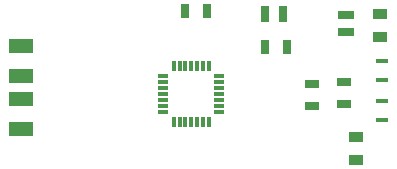
<source format=gtp>
G04*
G04 #@! TF.GenerationSoftware,Altium Limited,Altium Designer,20.0.10 (225)*
G04*
G04 Layer_Color=65535*
%FSLAX44Y44*%
%MOMM*%
G71*
G01*
G75*
%ADD13R,2.0000X1.2000*%
%ADD14R,1.3000X0.7000*%
%ADD15R,0.7000X1.3000*%
%ADD16R,1.3000X0.9000*%
%ADD17R,1.3500X0.7500*%
%ADD18R,0.7500X1.3500*%
%ADD19R,0.9500X0.3000*%
%ADD20R,0.3000X0.9500*%
%ADD21R,1.0500X0.4500*%
D13*
X46000Y82500D02*
D03*
Y37500D02*
D03*
Y62500D02*
D03*
Y107500D02*
D03*
D14*
X319000Y77500D02*
D03*
Y58500D02*
D03*
X292000Y56500D02*
D03*
Y75500D02*
D03*
D15*
X271000Y107000D02*
D03*
X252000D02*
D03*
X203500Y137000D02*
D03*
X184500D02*
D03*
D16*
X350000Y115500D02*
D03*
Y134500D02*
D03*
X329000Y30500D02*
D03*
Y11500D02*
D03*
D17*
X321000Y134250D02*
D03*
Y119750D02*
D03*
D18*
X267250Y135000D02*
D03*
X252750D02*
D03*
D19*
X213750Y52250D02*
D03*
Y57250D02*
D03*
Y62250D02*
D03*
Y67250D02*
D03*
Y72250D02*
D03*
Y77250D02*
D03*
Y82250D02*
D03*
X166250D02*
D03*
Y77250D02*
D03*
Y72250D02*
D03*
Y67250D02*
D03*
Y62250D02*
D03*
Y57250D02*
D03*
Y52250D02*
D03*
D20*
X205000Y91000D02*
D03*
X200000D02*
D03*
X195000D02*
D03*
X190000D02*
D03*
X185000D02*
D03*
X180000D02*
D03*
X175000D02*
D03*
Y43500D02*
D03*
X180000D02*
D03*
X185000D02*
D03*
X190000D02*
D03*
X195000D02*
D03*
X200000D02*
D03*
X205000D02*
D03*
D21*
X351000Y94750D02*
D03*
Y79250D02*
D03*
Y60750D02*
D03*
Y45250D02*
D03*
M02*

</source>
